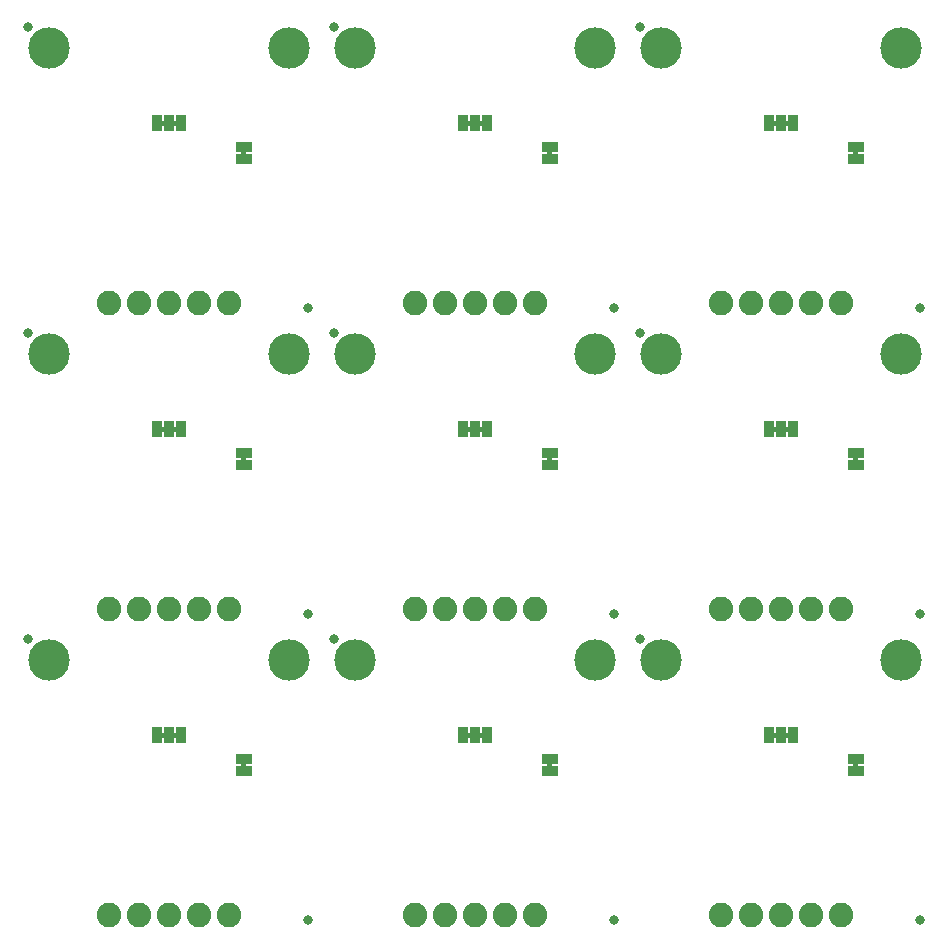
<source format=gbs>
G75*
%MOIN*%
%OFA0B0*%
%FSLAX25Y25*%
%IPPOS*%
%LPD*%
%AMOC8*
5,1,8,0,0,1.08239X$1,22.5*
%
%ADD10C,0.13800*%
%ADD11R,0.03300X0.05800*%
%ADD12C,0.00500*%
%ADD13C,0.08200*%
%ADD14C,0.03300*%
%ADD15R,0.05800X0.03300*%
D10*
X0038750Y0118750D03*
X0118750Y0118750D03*
X0140750Y0118750D03*
X0220750Y0118750D03*
X0242750Y0118750D03*
X0322750Y0118750D03*
X0322750Y0220750D03*
X0242750Y0220750D03*
X0220750Y0220750D03*
X0140750Y0220750D03*
X0118750Y0220750D03*
X0038750Y0220750D03*
X0038750Y0322750D03*
X0118750Y0322750D03*
X0140750Y0322750D03*
X0220750Y0322750D03*
X0242750Y0322750D03*
X0322750Y0322750D03*
D11*
X0286750Y0297750D03*
X0282750Y0297750D03*
X0278750Y0297750D03*
X0184750Y0297750D03*
X0180750Y0297750D03*
X0176750Y0297750D03*
X0082750Y0297750D03*
X0078750Y0297750D03*
X0074750Y0297750D03*
X0074750Y0195750D03*
X0078750Y0195750D03*
X0082750Y0195750D03*
X0176750Y0195750D03*
X0180750Y0195750D03*
X0184750Y0195750D03*
X0278750Y0195750D03*
X0282750Y0195750D03*
X0286750Y0195750D03*
X0286750Y0093750D03*
X0282750Y0093750D03*
X0278750Y0093750D03*
X0184750Y0093750D03*
X0180750Y0093750D03*
X0176750Y0093750D03*
X0082750Y0093750D03*
X0078750Y0093750D03*
X0074750Y0093750D03*
D12*
X0076000Y0093556D02*
X0081500Y0093556D01*
X0081500Y0093250D02*
X0081500Y0094250D01*
X0076000Y0094250D01*
X0076000Y0093250D01*
X0081500Y0093250D01*
X0081500Y0094055D02*
X0076000Y0094055D01*
X0103250Y0084500D02*
X0103250Y0083000D01*
X0104250Y0083000D01*
X0104250Y0084500D01*
X0103250Y0084500D01*
X0103250Y0084085D02*
X0104250Y0084085D01*
X0104250Y0083586D02*
X0103250Y0083586D01*
X0103250Y0083088D02*
X0104250Y0083088D01*
X0178000Y0093250D02*
X0183500Y0093250D01*
X0183500Y0094250D01*
X0178000Y0094250D01*
X0178000Y0093250D01*
X0178000Y0093556D02*
X0183500Y0093556D01*
X0183500Y0094055D02*
X0178000Y0094055D01*
X0205250Y0084500D02*
X0205250Y0083000D01*
X0206250Y0083000D01*
X0206250Y0084500D01*
X0205250Y0084500D01*
X0205250Y0084085D02*
X0206250Y0084085D01*
X0206250Y0083586D02*
X0205250Y0083586D01*
X0205250Y0083088D02*
X0206250Y0083088D01*
X0280000Y0093250D02*
X0285500Y0093250D01*
X0285500Y0094250D01*
X0280000Y0094250D01*
X0280000Y0093250D01*
X0280000Y0093556D02*
X0285500Y0093556D01*
X0285500Y0094055D02*
X0280000Y0094055D01*
X0307250Y0084500D02*
X0307250Y0083000D01*
X0308250Y0083000D01*
X0308250Y0084500D01*
X0307250Y0084500D01*
X0307250Y0084085D02*
X0308250Y0084085D01*
X0308250Y0083586D02*
X0307250Y0083586D01*
X0307250Y0083088D02*
X0308250Y0083088D01*
X0308250Y0185000D02*
X0308250Y0186500D01*
X0307250Y0186500D01*
X0307250Y0185000D01*
X0308250Y0185000D01*
X0308250Y0185283D02*
X0307250Y0185283D01*
X0307250Y0185781D02*
X0308250Y0185781D01*
X0308250Y0186280D02*
X0307250Y0186280D01*
X0285500Y0195250D02*
X0285500Y0196250D01*
X0280000Y0196250D01*
X0280000Y0195250D01*
X0285500Y0195250D01*
X0285500Y0195253D02*
X0280000Y0195253D01*
X0280000Y0195751D02*
X0285500Y0195751D01*
X0285500Y0196250D02*
X0280000Y0196250D01*
X0206250Y0186500D02*
X0205250Y0186500D01*
X0205250Y0185000D01*
X0206250Y0185000D01*
X0206250Y0186500D01*
X0206250Y0186280D02*
X0205250Y0186280D01*
X0205250Y0185781D02*
X0206250Y0185781D01*
X0206250Y0185283D02*
X0205250Y0185283D01*
X0183500Y0195250D02*
X0183500Y0196250D01*
X0178000Y0196250D01*
X0178000Y0195250D01*
X0183500Y0195250D01*
X0183500Y0195253D02*
X0178000Y0195253D01*
X0178000Y0195751D02*
X0183500Y0195751D01*
X0183500Y0196250D02*
X0178000Y0196250D01*
X0104250Y0186500D02*
X0103250Y0186500D01*
X0103250Y0185000D01*
X0104250Y0185000D01*
X0104250Y0186500D01*
X0104250Y0186280D02*
X0103250Y0186280D01*
X0103250Y0185781D02*
X0104250Y0185781D01*
X0104250Y0185283D02*
X0103250Y0185283D01*
X0081500Y0195250D02*
X0081500Y0196250D01*
X0076000Y0196250D01*
X0076000Y0195250D01*
X0081500Y0195250D01*
X0081500Y0195253D02*
X0076000Y0195253D01*
X0076000Y0195751D02*
X0081500Y0195751D01*
X0081500Y0196250D02*
X0076000Y0196250D01*
X0103250Y0287000D02*
X0104250Y0287000D01*
X0104250Y0288500D01*
X0103250Y0288500D01*
X0103250Y0287000D01*
X0103250Y0287477D02*
X0104250Y0287477D01*
X0104250Y0287976D02*
X0103250Y0287976D01*
X0103250Y0288474D02*
X0104250Y0288474D01*
X0081500Y0297250D02*
X0081500Y0298250D01*
X0076000Y0298250D01*
X0076000Y0297250D01*
X0081500Y0297250D01*
X0081500Y0297448D02*
X0076000Y0297448D01*
X0076000Y0297946D02*
X0081500Y0297946D01*
X0178000Y0297946D02*
X0183500Y0297946D01*
X0183500Y0298250D02*
X0183500Y0297250D01*
X0178000Y0297250D01*
X0178000Y0298250D01*
X0183500Y0298250D01*
X0183500Y0297448D02*
X0178000Y0297448D01*
X0205250Y0288500D02*
X0206250Y0288500D01*
X0206250Y0287000D01*
X0205250Y0287000D01*
X0205250Y0288500D01*
X0205250Y0288474D02*
X0206250Y0288474D01*
X0206250Y0287976D02*
X0205250Y0287976D01*
X0205250Y0287477D02*
X0206250Y0287477D01*
X0280000Y0297250D02*
X0285500Y0297250D01*
X0285500Y0298250D01*
X0280000Y0298250D01*
X0280000Y0297250D01*
X0280000Y0297448D02*
X0285500Y0297448D01*
X0285500Y0297946D02*
X0280000Y0297946D01*
X0307250Y0288500D02*
X0308250Y0288500D01*
X0308250Y0287000D01*
X0307250Y0287000D01*
X0307250Y0288500D01*
X0307250Y0288474D02*
X0308250Y0288474D01*
X0308250Y0287976D02*
X0307250Y0287976D01*
X0307250Y0287477D02*
X0308250Y0287477D01*
D13*
X0058750Y0033750D03*
X0068750Y0033750D03*
X0078750Y0033750D03*
X0088750Y0033750D03*
X0098750Y0033750D03*
X0160750Y0033750D03*
X0170750Y0033750D03*
X0180750Y0033750D03*
X0190750Y0033750D03*
X0200750Y0033750D03*
X0262750Y0033750D03*
X0272750Y0033750D03*
X0282750Y0033750D03*
X0292750Y0033750D03*
X0302750Y0033750D03*
X0302750Y0135750D03*
X0292750Y0135750D03*
X0282750Y0135750D03*
X0272750Y0135750D03*
X0262750Y0135750D03*
X0200750Y0135750D03*
X0190750Y0135750D03*
X0180750Y0135750D03*
X0170750Y0135750D03*
X0160750Y0135750D03*
X0098750Y0135750D03*
X0088750Y0135750D03*
X0078750Y0135750D03*
X0068750Y0135750D03*
X0058750Y0135750D03*
X0058750Y0237750D03*
X0068750Y0237750D03*
X0078750Y0237750D03*
X0088750Y0237750D03*
X0098750Y0237750D03*
X0160750Y0237750D03*
X0170750Y0237750D03*
X0180750Y0237750D03*
X0190750Y0237750D03*
X0200750Y0237750D03*
X0262750Y0237750D03*
X0272750Y0237750D03*
X0282750Y0237750D03*
X0292750Y0237750D03*
X0302750Y0237750D03*
D14*
X0329250Y0236250D03*
X0235750Y0227750D03*
X0227250Y0236250D03*
X0133750Y0227750D03*
X0125250Y0236250D03*
X0031750Y0227750D03*
X0125250Y0134250D03*
X0133750Y0125750D03*
X0227250Y0134250D03*
X0235750Y0125750D03*
X0329250Y0134250D03*
X0329250Y0032250D03*
X0227250Y0032250D03*
X0125250Y0032250D03*
X0031750Y0125750D03*
X0031750Y0329750D03*
X0133750Y0329750D03*
X0235750Y0329750D03*
D15*
X0205750Y0289750D03*
X0205750Y0285750D03*
X0307750Y0285750D03*
X0307750Y0289750D03*
X0307750Y0187750D03*
X0307750Y0183750D03*
X0205750Y0183750D03*
X0205750Y0187750D03*
X0103750Y0187750D03*
X0103750Y0183750D03*
X0103750Y0085750D03*
X0103750Y0081750D03*
X0205750Y0081750D03*
X0205750Y0085750D03*
X0307750Y0085750D03*
X0307750Y0081750D03*
X0103750Y0285750D03*
X0103750Y0289750D03*
M02*

</source>
